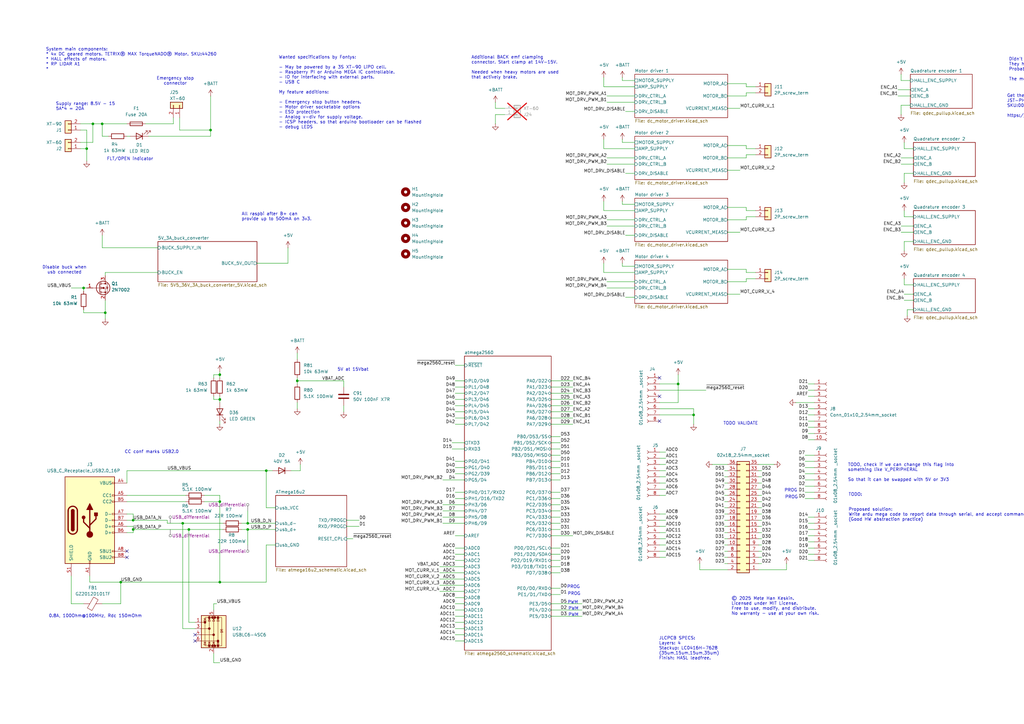
<source format=kicad_sch>
(kicad_sch (version 20250114) (generator "eeschema") (generator_version "9.0")
  (paper "A3")
  (title_block (title "Fontys adaptive robotics AGV platform.") (date "2025-03-01") (rev "V1.0") (company "Mete Han Keskin") (comment 1 "MIT License. Copyright (c) 2025 kestech.net"))
  (text "Get these from Tinytronics to interface the encoders with the PCB:\nJST-PH Female to DuPont Female Compatible Cable - 4p - 15cm\nSKU:005974\n\nhttps://www.tinytronics.nl/en/cables-and-connectors/cables-and-adapters/jst-compatible/jst-ph-female-to-dupont-female-compatible-cable-4p-15cm" (at 413.004 38.608 0) (effects (font (size 1.27 1.27)) (justify left top)))
  (text "PROG" (at 235.458 243.586 0) (effects (font (size 1.27 1.27))))
  (text "JLCPCB SPECS:\nLayers: 4 \nStackup: LC0416H-7628\n(35um,15um,15um,35um)\nFinish: HASL leadfree." (at 270.256 261.112 0) (effects (font (size 1.27 1.27)) (justify left top)))
  (text "Emergency stop\nconnector" (at 71.882 33.274 0) (effects (font (size 1.27 1.27))))
  (text "Wanted specifications by Fontys:\n\n- May be powered by a 3S XT-90 LiPO cell.\n- Raspberry PI or Arduino MEGA IC controllable.\n- IO for interfacing with external parts.\n- USB C\n\nMy feature additions:\n\n- Emergency stop button headers.\n- Motor driver socketable options\n- ESD protection\n- Analog v-div for supply voltage.\n- ICSP headers, so that arduino bootloader can be flashed\n- debug LEDS" (at 114.3 22.86 0) (effects (font (size 1.27 1.27)) (justify left top)))
  (text "PROG" (at 324.612 203.962 0) (effects (font (size 1.27 1.27))))
  (text "© 2025 Mete Han Keskin.  \nLicensed under MIT License.  \nFree to use, modify, and distribute.  \nNo warranty - use at your own risk.  \n" (at 299.974 244.856 0) (effects (font (size 1.27 1.27)) (justify left top)))
  (text "5A*4 = 20A" (at 28.702 44.704 0) (effects (font (size 1.27 1.27))))
  (text "PWM" (at 235.204 252.222 0) (effects (font (size 1.27 1.27))))
  (text "PWM" (at 235.204 249.682 0) (effects (font (size 1.27 1.27))))
  (text "ESD stuff\n\nDFN1006 single C22395519\n\nLSR05-TP C779191 HELL YEAh\n\nC778952 mex dfn16\n\n" (at -21.336 226.314 0) (effects (font (size 1.27 1.27))))
  (text "0.8A, 100Ohm@100MHz, Rdc 150mOhm" (at 39.116 252.73 0) (effects (font (size 1.27 1.27))))
  (text "TODO VALIDATE\n" (at 303.784 173.736 0) (effects (font (size 1.27 1.27))))
  (text "PWM" (at 234.95 247.142 0) (effects (font (size 1.27 1.27))))
  (text "Supply range: 8.5V - 15" (at 35.052 42.672 0) (effects (font (size 1.27 1.27))))
  (text "All raspbi after B+ can \nprovide up to 500mA on 3v3." (at 99.06 87.122 0) (effects (font (size 1.27 1.27)) (justify left top)))
  (text "FLT/OPEN indicator\n" (at 53.34 65.278 0) (effects (font (size 1.27 1.27))))
  (text "CC conf marks USB2.0" (at 62.23 185.42 0) (effects (font (size 1.27 1.27))))
  (text "System main components:\n* 4x DC geared motors. TETRIX® MAX TorqueNADO® Motor. SKU:44260\n* HALL effects of motors.\n* RP LIDAR A1\n*\n" (at 18.796 19.558 0) (effects (font (size 1.27 1.27)) (justify left top)))
  (text "PROG" (at 324.358 201.168 0) (effects (font (size 1.27 1.27))))
  (text "Disable buck when\nusb connected" (at 26.416 110.744 0) (effects (font (size 1.27 1.27))))
  (text "TODO: \n\n\nProposed solution:\nWrite ardu mega code to report data through serial, and accept commands through serial.\n(Good HW abstraction practice)" (at 347.98 202.184 0) (effects (font (size 1.27 1.27)) (justify left top)))
  (text "PROG" (at 235.204 240.792 0) (effects (font (size 1.27 1.27))))
  (text "Didn't the TETRIX motor have JST?\nThey have a 2mm pitch jst type connector.\nProbably PH\n\nThe motor has 4P male side.\n" (at 413.766 28.448 0) (effects (font (size 1.27 1.27)) (justify left)))
  (text "PERFECT!!!\n\nUSBLC6-4SC6-ES  C5180279\n\nSEUC10F5V4U C5126804\n\nIP4220CZ6-ES C5199235\n\n\n\n" (at -21.082 209.804 0) (effects (font (size 1.27 1.27))))
  (text "5V at 15Vbat" (at 144.78 151.638 0) (effects (font (size 1.27 1.27))))
  (text "TODO, check if we can change this flag into \nsomething like V_PERIPHERAL\n\nSo that it can be swapped with 5V or 3V3" (at 347.726 189.992 0) (effects (font (size 1.27 1.27)) (justify left top)))
  (text "Single channel esd protect\nESD5V0AP C5199224\n\n" (at -21.336 242.062 0) (effects (font (size 1.27 1.27))))
  (text "Additional BACK emf clamping\nconnector. Start clamp at 14V-15V.\n\nNeeded when heavy motors are used \nthat actively brake." (at 193.294 22.86 0) (effects (font (size 1.27 1.27)) (justify left top)))
  (junction (at 54.61 217.17))
  (junction (at 49.53 238.76))
  (junction (at 109.22 193.04))
  (junction (at 121.92 156.21))
  (junction (at 101.6 214.63))
  (junction (at 90.17 238.76))
  (junction (at 35.56 60.96))
  (junction (at 90.17 205.74))
  (junction (at 54.61 213.36))
  (junction (at 278.13 157.48))
  (junction (at 77.47 217.17))
  (junction (at 43.18 128.27))
  (junction (at 34.29 118.11))
  (junction (at 101.6 217.17))
  (junction (at 284.48 170.18))
  (junction (at 90.17 153.67))
  (junction (at 90.17 163.83))
  (junction (at 86.36 53.34))
  (junction (at 38.1 50.8))
  (junction (at 41.91 50.8))
  (junction (at 74.93 214.63))
  (no_connect (at 270.51 162.56))
  (no_connect (at 52.07 228.6))
  (no_connect (at 80.01 260.35))
  (no_connect (at 52.07 226.06))
  (no_connect (at 270.51 154.94))
  (no_connect (at 270.51 172.72))
  (no_connect (at 80.01 262.89))
  (wire (pts (xy 287.02 233.68) (xy 298.45 233.68)))
  (wire (pts (xy 52.07 205.74) (xy 76.2 205.74)))
  (wire (pts (xy 181.61 196.85) (xy 190.5 196.85)))
  (wire (pts (xy 234.95 171.45) (xy 226.06 171.45)))
  (wire (pts (xy 297.18 228.6) (xy 298.45 228.6)))
  (wire (pts (xy 298.45 64.77) (xy 306.07 64.77)))
  (wire (pts (xy 247.65 31.75) (xy 247.65 35.56)))
  (wire (pts (xy 273.05 228.6) (xy 270.51 228.6)))
  (wire (pts (xy 273.05 213.36) (xy 270.51 213.36)))
  (wire (pts (xy 311.15 223.52) (xy 312.42 223.52)))
  (wire (pts (xy 54.61 215.9) (xy 54.61 217.17)))
  (wire (pts (xy 83.82 205.74) (xy 90.17 205.74)))
  (wire (pts (xy 74.93 214.63) (xy 74.93 257.81)))
  (wire (pts (xy 54.61 217.17) (xy 54.61 218.44)))
  (wire (pts (xy 311.15 228.6) (xy 312.42 228.6)))
  (wire (pts (xy 330.2 204.47) (xy 334.01 204.47)))
  (wire (pts (xy 121.92 156.21) (xy 121.92 157.48)))
  (wire (pts (xy 284.48 170.18) (xy 284.48 173.99)))
  (wire (pts (xy 90.17 153.67) (xy 90.17 154.94)))
  (wire (pts (xy 238.76 252.73) (xy 226.06 252.73)))
  (wire (pts (xy 186.69 262.89) (xy 190.5 262.89)))
  (wire (pts (xy 186.69 227.33) (xy 190.5 227.33)))
  (wire (pts (xy 273.05 223.52) (xy 270.51 223.52)))
  (wire (pts (xy 186.69 194.31) (xy 190.5 194.31)))
  (wire (pts (xy 297.18 210.82) (xy 298.45 210.82)))
  (wire (pts (xy 255.27 109.22) (xy 260.35 109.22)))
  (wire (pts (xy 73.66 53.34) (xy 86.36 53.34)))
  (wire (pts (xy 331.47 167.64) (xy 334.01 167.64)))
  (wire (pts (xy 226.06 219.71) (xy 234.95 219.71)))
  (wire (pts (xy 33.02 50.8) (xy 38.1 50.8)))
  (wire (pts (xy 234.95 158.75) (xy 226.06 158.75)))
  (wire (pts (xy 373.38 43.18) (xy 369.57 43.18)))
  (wire (pts (xy 331.47 172.72) (xy 334.01 172.72)))
  (wire (pts (xy 369.57 30.48) (xy 369.57 33.02)))
  (wire (pts (xy 297.18 208.28) (xy 298.45 208.28)))
  (wire (pts (xy 260.35 121.92) (xy 256.54 121.92)))
  (wire (pts (xy 284.48 167.64) (xy 284.48 170.18)))
  (wire (pts (xy 186.69 191.77) (xy 190.5 191.77)))
  (wire (pts (xy 311.15 220.98) (xy 312.42 220.98)))
  (wire (pts (xy 330.2 194.31) (xy 334.01 194.31)))
  (wire (pts (xy 87.63 271.78) (xy 87.63 267.97)))
  (wire (pts (xy 273.05 218.44) (xy 270.51 218.44)))
  (wire (pts (xy 229.87 227.33) (xy 226.06 227.33)))
  (wire (pts (xy 229.87 241.3) (xy 226.06 241.3)))
  (wire (pts (xy 255.27 58.42) (xy 260.35 58.42)))
  (wire (pts (xy 273.05 198.12) (xy 270.51 198.12)))
  (wire (pts (xy 306.07 59.69) (xy 298.45 59.69)))
  (wire (pts (xy 331.47 222.25) (xy 334.01 222.25)))
  (wire (pts (xy 80.01 257.81) (xy 74.93 257.81)))
  (wire (pts (xy 238.76 250.19) (xy 226.06 250.19)))
  (wire (pts (xy 273.05 185.42) (xy 270.51 185.42)))
  (wire (pts (xy 54.61 218.44) (xy 52.07 218.44)))
  (wire (pts (xy 77.47 217.17) (xy 91.44 217.17)))
  (wire (pts (xy 186.69 229.87) (xy 190.5 229.87)))
  (wire (pts (xy 369.57 67.31) (xy 374.65 67.31)))
  (wire (pts (xy 234.95 166.37) (xy 226.06 166.37)))
  (wire (pts (xy 54.61 213.36) (xy 68.58 213.36)))
  (wire (pts (xy 273.05 200.66) (xy 270.51 200.66)))
  (wire (pts (xy 297.18 200.66) (xy 298.45 200.66)))
  (wire (pts (xy 330.2 201.93) (xy 334.01 201.93)))
  (wire (pts (xy 123.19 193.04) (xy 119.38 193.04)))
  (wire (pts (xy 306.07 86.36) (xy 306.07 85.09)))
  (wire (pts (xy 331.47 229.87) (xy 334.01 229.87)))
  (wire (pts (xy 43.18 111.76) (xy 43.18 113.03)))
  (wire (pts (xy 311.15 231.14) (xy 312.42 231.14)))
  (wire (pts (xy 229.87 196.85) (xy 226.06 196.85)))
  (wire (pts (xy 229.87 217.17) (xy 226.06 217.17)))
  (wire (pts (xy 90.17 238.76) (xy 109.22 238.76)))
  (wire (pts (xy 247.65 111.76) (xy 260.35 111.76)))
  (wire (pts (xy 109.22 193.04) (xy 111.76 193.04)))
  (wire (pts (xy 306.07 115.57) (xy 306.07 114.3)))
  (wire (pts (xy 370.84 88.9) (xy 374.65 88.9)))
  (wire (pts (xy 52.07 55.88) (xy 53.34 55.88)))
  (wire (pts (xy 370.84 99.06) (xy 370.84 102.87)))
  (wire (pts (xy 229.87 207.01) (xy 226.06 207.01)))
  (wire (pts (xy 101.6 214.63) (xy 113.03 214.63)))
  (wire (pts (xy 370.84 71.12) (xy 370.84 74.93)))
  (wire (pts (xy 105.41 107.95) (xy 118.11 107.95)))
  (wire (pts (xy 273.05 226.06) (xy 270.51 226.06)))
  (wire (pts (xy 186.69 255.27) (xy 190.5 255.27)))
  (wire (pts (xy 247.65 35.56) (xy 260.35 35.56)))
  (wire (pts (xy 297.18 195.58) (xy 298.45 195.58)))
  (wire (pts (xy 52.07 203.2) (xy 76.2 203.2)))
  (wire (pts (xy 181.61 207.01) (xy 190.5 207.01)))
  (wire (pts (xy 229.87 179.07) (xy 226.06 179.07)))
  (wire (pts (xy 229.87 229.87) (xy 226.06 229.87)))
  (wire (pts (xy 140.97 158.75) (xy 140.97 156.21)))
  (wire (pts (xy 34.29 128.27) (xy 43.18 128.27)))
  (wire (pts (xy 247.65 82.55) (xy 247.65 86.36)))
  (wire (pts (xy 186.69 247.65) (xy 190.5 247.65)))
  (wire (pts (xy 38.1 50.8) (xy 41.91 50.8)))
  (wire (pts (xy 73.66 48.26) (xy 73.66 53.34)))
  (wire (pts (xy 273.05 187.96) (xy 270.51 187.96)))
  (wire (pts (xy 297.18 198.12) (xy 298.45 198.12)))
  (wire (pts (xy 36.83 236.22) (xy 36.83 238.76)))
  (wire (pts (xy 369.57 92.71) (xy 374.65 92.71)))
  (wire (pts (xy 297.18 205.74) (xy 298.45 205.74)))
  (wire (pts (xy 77.47 217.17) (xy 77.47 255.27)))
  (wire (pts (xy 186.69 201.93) (xy 190.5 201.93)))
  (wire (pts (xy 322.58 233.68) (xy 311.15 233.68)))
  (wire (pts (xy 180.34 242.57) (xy 190.5 242.57)))
  (wire (pts (xy 255.27 83.82) (xy 260.35 83.82)))
  (wire (pts (xy 311.15 205.74) (xy 312.42 205.74)))
  (wire (pts (xy 298.45 44.45) (xy 303.53 44.45)))
  (wire (pts (xy 298.45 95.25) (xy 303.53 95.25)))
  (wire (pts (xy 234.95 168.91) (xy 226.06 168.91)))
  (wire (pts (xy 311.15 203.2) (xy 312.42 203.2)))
  (wire (pts (xy 298.45 69.85) (xy 303.53 69.85)))
  (wire (pts (xy 306.07 111.76) (xy 309.88 111.76)))
  (wire (pts (xy 68.58 214.63) (xy 74.93 214.63)))
  (wire (pts (xy 297.18 226.06) (xy 298.45 226.06)))
  (wire (pts (xy 331.47 224.79) (xy 334.01 224.79)))
  (wire (pts (xy 331.47 214.63) (xy 334.01 214.63)))
  (wire (pts (xy 229.87 243.84) (xy 226.06 243.84)))
  (wire (pts (xy 306.07 110.49) (xy 298.45 110.49)))
  (wire (pts (xy 83.82 203.2) (xy 90.17 203.2)))
  (wire (pts (xy 311.15 215.9) (xy 312.42 215.9)))
  (wire (pts (xy 370.84 116.84) (xy 374.65 116.84)))
  (wire (pts (xy 248.92 39.37) (xy 260.35 39.37)))
  (wire (pts (xy 330.2 189.23) (xy 334.01 189.23)))
  (wire (pts (xy 185.42 181.61) (xy 190.5 181.61)))
  (wire (pts (xy 370.84 58.42) (xy 370.84 60.96)))
  (wire (pts (xy 312.42 193.04) (xy 311.15 193.04)))
  (wire (pts (xy 248.92 92.71) (xy 260.35 92.71)))
  (wire (pts (xy 229.87 234.95) (xy 226.06 234.95)))
  (wire (pts (xy 326.39 165.1) (xy 334.01 165.1)))
  (wire (pts (xy 142.24 213.36) (xy 147.32 213.36)))
  (wire (pts (xy 298.45 39.37) (xy 306.07 39.37)))
  (wire (pts (xy 140.97 166.37) (xy 140.97 168.91)))
  (wire (pts (xy 186.69 204.47) (xy 190.5 204.47)))
  (wire (pts (xy 311.15 226.06) (xy 312.42 226.06)))
  (wire (pts (xy 273.05 203.2) (xy 270.51 203.2)))
  (wire (pts (xy 71.12 50.8) (xy 71.12 48.26)))
  (wire (pts (xy 331.47 157.48) (xy 334.01 157.48)))
  (wire (pts (xy 273.05 220.98) (xy 270.51 220.98)))
  (wire (pts (xy 29.21 247.65) (xy 34.29 247.65)))
  (wire (pts (xy 229.87 189.23) (xy 226.06 189.23)))
  (wire (pts (xy 43.18 111.76) (xy 64.77 111.76)))
  (wire (pts (xy 247.65 86.36) (xy 260.35 86.36)))
  (wire (pts (xy 87.63 153.67) (xy 90.17 153.67)))
  (wire (pts (xy 59.69 50.8) (xy 71.12 50.8)))
  (wire (pts (xy 238.76 247.65) (xy 226.06 247.65)))
  (wire (pts (xy 60.96 55.88) (xy 86.36 55.88)))
  (wire (pts (xy 33.02 60.96) (xy 35.56 60.96)))
  (wire (pts (xy 260.35 96.52) (xy 256.54 96.52)))
  (wire (pts (xy 311.15 195.58) (xy 312.42 195.58)))
  (wire (pts (xy 311.15 200.66) (xy 312.42 200.66)))
  (wire (pts (xy 90.17 152.4) (xy 90.17 153.67)))
  (wire (pts (xy 370.84 114.3) (xy 370.84 116.84)))
  (wire (pts (xy 186.69 224.79) (xy 190.5 224.79)))
  (wire (pts (xy 311.15 198.12) (xy 312.42 198.12)))
  (wire (pts (xy 54.61 213.36) (xy 54.61 210.82)))
  (wire (pts (xy 86.36 39.37) (xy 86.36 53.34)))
  (wire (pts (xy 372.11 127) (xy 374.65 127)))
  (wire (pts (xy 186.69 173.99) (xy 190.5 173.99)))
  (wire (pts (xy 34.29 119.38) (xy 34.29 118.11)))
  (wire (pts (xy 234.95 161.29) (xy 226.06 161.29)))
  (wire (pts (xy 229.87 224.79) (xy 226.06 224.79)))
  (wire (pts (xy 80.01 255.27) (xy 77.47 255.27)))
  (wire (pts (xy 270.51 170.18) (xy 284.48 170.18)))
  (wire (pts (xy 331.47 219.71) (xy 334.01 219.71)))
  (wire (pts (xy 331.47 160.02) (xy 334.01 160.02)))
  (wire (pts (xy 370.84 120.65) (xy 374.65 120.65)))
  (wire (pts (xy 229.87 186.69) (xy 226.06 186.69)))
  (wire (pts (xy 41.91 50.8) (xy 52.07 50.8)))
  (wire (pts (xy 29.21 118.11) (xy 34.29 118.11)))
  (wire (pts (xy 311.15 210.82) (xy 312.42 210.82)))
  (wire (pts (xy 306.07 85.09) (xy 298.45 85.09)))
  (wire (pts (xy 306.07 35.56) (xy 309.88 35.56)))
  (wire (pts (xy 273.05 195.58) (xy 270.51 195.58)))
  (wire (pts (xy 109.22 223.52) (xy 113.03 223.52)))
  (wire (pts (xy 49.53 238.76) (xy 90.17 238.76)))
  (wire (pts (xy 181.61 212.09) (xy 190.5 212.09)))
  (wire (pts (xy 297.18 223.52) (xy 298.45 223.52)))
  (wire (pts (xy 330.2 186.69) (xy 334.01 186.69)))
  (wire (pts (xy 331.47 170.18) (xy 334.01 170.18)))
  (wire (pts (xy 306.07 90.17) (xy 306.07 88.9)))
  (wire (pts (xy 121.92 144.78) (xy 121.92 147.32)))
  (wire (pts (xy 186.69 166.37) (xy 190.5 166.37)))
  (wire (pts (xy 87.63 163.83) (xy 90.17 163.83)))
  (wire (pts (xy 273.05 193.04) (xy 270.51 193.04)))
  (wire (pts (xy 121.92 154.94) (xy 121.92 156.21)))
  (wire (pts (xy 186.69 168.91) (xy 190.5 168.91)))
  (wire (pts (xy 52.07 193.04) (xy 52.07 198.12)))
  (wire (pts (xy 41.91 247.65) (xy 49.53 247.65)))
  (wire (pts (xy 297.18 218.44) (xy 298.45 218.44)))
  (wire (pts (xy 109.22 238.76) (xy 109.22 223.52)))
  (wire (pts (xy 36.83 238.76) (xy 49.53 238.76)))
  (wire (pts (xy 49.53 247.65) (xy 49.53 238.76)))
  (wire (pts (xy 118.11 101.6) (xy 118.11 107.95)))
  (wire (pts (xy 270.51 167.64) (xy 284.48 167.64)))
  (wire (pts (xy 90.17 162.56) (xy 90.17 163.83)))
  (wire (pts (xy 255.27 31.75) (xy 255.27 33.02)))
  (wire (pts (xy 255.27 82.55) (xy 255.27 83.82)))
  (wire (pts (xy 317.5 190.5) (xy 311.15 190.5)))
  (wire (pts (xy 180.34 232.41) (xy 190.5 232.41)))
  (wire (pts (xy 273.05 215.9) (xy 270.51 215.9)))
  (wire (pts (xy 181.61 209.55) (xy 190.5 209.55)))
  (wire (pts (xy 186.69 219.71) (xy 190.5 219.71)))
  (wire (pts (xy 297.18 213.36) (xy 298.45 213.36)))
  (wire (pts (xy 68.58 213.36) (xy 68.58 214.63)))
  (wire (pts (xy 270.51 165.1) (xy 278.13 165.1)))
  (wire (pts (xy 90.17 205.74) (xy 90.17 238.76)))
  (wire (pts (xy 330.2 191.77) (xy 334.01 191.77)))
  (wire (pts (xy 101.6 217.17) (xy 113.03 217.17)))
  (wire (pts (xy 306.07 38.1) (xy 309.88 38.1)))
  (wire (pts (xy 87.63 162.56) (xy 87.63 163.83)))
  (wire (pts (xy 34.29 127) (xy 34.29 128.27)))
  (wire (pts (xy 260.35 45.72) (xy 256.54 45.72)))
  (wire (pts (xy 101.6 209.55) (xy 101.6 214.63)))
  (wire (pts (xy 29.21 236.22) (xy 29.21 247.65)))
  (wire (pts (xy 297.18 220.98) (xy 298.45 220.98)))
  (wire (pts (xy 186.69 260.35) (xy 190.5 260.35)))
  (wire (pts (xy 87.63 247.65) (xy 88.9 247.65)))
  (wire (pts (xy 247.65 60.96) (xy 260.35 60.96)))
  (wire (pts (xy 186.69 252.73) (xy 190.5 252.73)))
  (wire (pts (xy 298.45 190.5) (xy 292.1 190.5)))
  (wire (pts (xy 331.47 177.8) (xy 334.01 177.8)))
  (wire (pts (xy 298.45 120.65) (xy 303.53 120.65)))
  (wire (pts (xy 123.19 190.5) (xy 123.19 193.04)))
  (wire (pts (xy 34.29 118.11) (xy 35.56 118.11)))
  (wire (pts (xy 248.92 64.77) (xy 260.35 64.77)))
  (wire (pts (xy 186.69 158.75) (xy 190.5 158.75)))
  (wire (pts (xy 109.22 208.28) (xy 113.03 208.28)))
  (wire (pts (xy 370.84 86.36) (xy 370.84 88.9)))
  (wire (pts (xy 142.24 220.98) (xy 144.78 220.98)))
  (wire (pts (xy 38.1 58.42) (xy 38.1 50.8)))
  (wire (pts (xy 306.07 60.96) (xy 309.88 60.96)))
  (wire (pts (xy 311.15 213.36) (xy 312.42 213.36)))
  (wire (pts (xy 306.07 60.96) (xy 306.07 59.69)))
  (wire (pts (xy 90.17 165.1) (xy 90.17 163.83)))
  (wire (pts (xy 86.36 53.34) (xy 86.36 55.88)))
  (wire (pts (xy 35.56 60.96) (xy 35.56 66.04)))
  (wire (pts (xy 186.69 189.23) (xy 190.5 189.23)))
  (wire (pts (xy 273.05 190.5) (xy 270.51 190.5)))
  (wire (pts (xy 248.92 118.11) (xy 260.35 118.11)))
  (wire (pts (xy 297.18 215.9) (xy 298.45 215.9)))
  (wire (pts (xy 287.02 231.14) (xy 287.02 233.68)))
  (wire (pts (xy 368.3 36.83) (xy 373.38 36.83)))
  (wire (pts (xy 54.61 210.82) (xy 52.07 210.82)))
  (wire (pts (xy 306.07 63.5) (xy 309.88 63.5)))
  (wire (pts (xy 255.27 107.95) (xy 255.27 109.22)))
  (wire (pts (xy 370.84 71.12) (xy 374.65 71.12)))
  (wire (pts (xy 298.45 115.57) (xy 306.07 115.57)))
  (wire (pts (xy 255.27 57.15) (xy 255.27 58.42)))
  (wire (pts (xy 298.45 90.17) (xy 306.07 90.17)))
  (wire (pts (xy 234.95 156.21) (xy 226.06 156.21)))
  (wire (pts (xy 297.18 193.04) (xy 298.45 193.04)))
  (wire (pts (xy 87.63 154.94) (xy 87.63 153.67)))
  (wire (pts (xy 180.34 240.03) (xy 190.5 240.03)))
  (wire (pts (xy 229.87 232.41) (xy 226.06 232.41)))
  (wire (pts (xy 35.56 53.34) (xy 35.56 60.96)))
  (wire (pts (xy 90.17 172.72) (xy 90.17 173.99)))
  (wire (pts (xy 273.05 210.82) (xy 270.51 210.82)))
  (wire (pts (xy 229.87 204.47) (xy 226.06 204.47)))
  (wire (pts (xy 247.65 57.15) (xy 247.65 60.96)))
  (wire (pts (xy 331.47 217.17) (xy 334.01 217.17)))
  (wire (pts (xy 278.13 153.67) (xy 278.13 157.48)))
  (wire (pts (xy 44.45 55.88) (xy 41.91 55.88)))
  (wire (pts (xy 270.51 160.02) (xy 289.56 160.02)))
  (wire (pts (xy 306.07 35.56) (xy 306.07 34.29)))
  (wire (pts (xy 229.87 214.63) (xy 226.06 214.63)))
  (wire (pts (xy 181.61 214.63) (xy 190.5 214.63)))
  (wire (pts (xy 331.47 175.26) (xy 334.01 175.26)))
  (wire (pts (xy 99.06 214.63) (xy 101.6 214.63)))
  (wire (pts (xy 43.18 128.27) (xy 43.18 123.19)))
  (wire (pts (xy 33.02 53.34) (xy 35.56 53.34)))
  (wire (pts (xy 370.84 60.96) (xy 374.65 60.96)))
  (wire (pts (xy 87.63 271.78) (xy 90.17 271.78)))
  (wire (pts (xy 372.11 127) (xy 372.11 129.54)))
  (wire (pts (xy 203.2 41.91) (xy 203.2 44.45)))
  (wire (pts (xy 248.92 41.91) (xy 260.35 41.91)))
  (wire (pts (xy 41.91 55.88) (xy 41.91 50.8)))
  (wire (pts (xy 248.92 90.17) (xy 260.35 90.17)))
  (wire (pts (xy 331.47 180.34) (xy 334.01 180.34)))
  (wire (pts (xy 229.87 181.61) (xy 226.06 181.61)))
  (wire (pts (xy 306.07 114.3) (xy 309.88 114.3)))
  (wire (pts (xy 229.87 194.31) (xy 226.06 194.31)))
  (wire (pts (xy 186.69 171.45) (xy 190.5 171.45)))
  (wire (pts (xy 306.07 88.9) (xy 309.88 88.9)))
  (wire (pts (xy 109.22 193.04) (xy 109.22 208.28)))
  (wire (pts (xy 41.91 101.6) (xy 41.91 96.52)))
  (wire (pts (xy 186.69 250.19) (xy 190.5 250.19)))
  (wire (pts (xy 87.63 250.19) (xy 87.63 247.65)))
  (wire (pts (xy 90.17 203.2) (xy 90.17 205.74)))
  (wire (pts (xy 306.07 86.36) (xy 309.88 86.36)))
  (wire (pts (xy 180.34 234.95) (xy 190.5 234.95)))
  (wire (pts (xy 331.47 162.56) (xy 334.01 162.56)))
  (wire (pts (xy 229.87 209.55) (xy 226.06 209.55)))
  (wire (pts (xy 306.07 64.77) (xy 306.07 63.5)))
  (wire (pts (xy 186.69 245.11) (xy 190.5 245.11)))
  (wire (pts (xy 186.69 156.21) (xy 190.5 156.21)))
  (wire (pts (xy 234.95 163.83) (xy 226.06 163.83)))
  (wire (pts (xy 247.65 107.95) (xy 247.65 111.76)))
  (wire (pts (xy 331.47 212.09) (xy 334.01 212.09)))
  (wire (pts (xy 229.87 191.77) (xy 226.06 191.77)))
  (wire (pts (xy 297.18 203.2) (xy 298.45 203.2)))
  (wire (pts (xy 330.2 196.85) (xy 334.01 196.85)))
  (wire (pts (xy 369.57 43.18) (xy 369.57 46.99)))
  (wire (pts (xy 99.06 217.17) (xy 101.6 217.17)))
  (wire (pts (xy 203.2 44.45) (xy 207.01 44.45)))
  (wire (pts (xy 52.07 215.9) (xy 54.61 215.9)))
  (wire (pts (xy 229.87 184.15) (xy 226.06 184.15)))
  (wire (pts (xy 278.13 157.48) (xy 278.13 165.1)))
  (wire (pts (xy 369.57 64.77) (xy 374.65 64.77)))
  (wire (pts (xy 185.42 184.15) (xy 190.5 184.15)))
  (wire (pts (xy 306.07 34.29) (xy 298.45 34.29)))
  (wire (pts (xy 260.35 71.12) (xy 256.54 71.12)))
  (wire (pts (xy 330.2 199.39) (xy 334.01 199.39)))
  (wire (pts (xy 248.92 115.57) (xy 260.35 115.57)))
  (wire (pts (xy 270.51 157.48) (xy 278.13 157.48)))
  (wire (pts (xy 207.01 46.99) (xy 203.2 46.99)))
  (wire (pts (xy 186.69 161.29) (xy 190.5 161.29)))
  (wire (pts (xy 33.02 58.42) (xy 38.1 58.42)))
  (wire (pts (xy 306.07 111.76) (xy 306.07 110.49)))
  (wire (pts (xy 74.93 214.63) (xy 91.44 214.63)))
  (wire (pts (xy 248.92 67.31) (xy 260.35 67.31)))
  (wire (pts (xy 306.07 39.37) (xy 306.07 38.1)))
  (wire (pts (xy 370.84 123.19) (xy 374.65 123.19)))
  (wire (pts (xy 186.69 257.81) (xy 190.5 257.81)))
  (wire (pts (xy 186.69 163.83) (xy 190.5 163.83)))
  (wire (pts (xy 121.92 156.21) (xy 140.97 156.21)))
  (wire (pts (xy 226.06 173.99) (xy 234.95 173.99)))
  (wire (pts (xy 311.15 218.44) (xy 312.42 218.44)))
  (wire (pts (xy 297.18 231.14) (xy 298.45 231.14)))
  (wire (pts (xy 52.07 213.36) (xy 54.61 213.36)))
  (wire (pts (xy 369.57 95.25) (xy 374.65 95.25)))
  (wire (pts (xy 229.87 201.93) (xy 226.06 201.93)))
  (wire (pts (xy 121.92 165.1) (xy 121.92 167.64)))
  (wire (pts (xy 52.07 193.04) (xy 109.22 193.04)))
  (wire (pts (xy 54.61 217.17) (xy 77.47 217.17)))
  (wire (pts (xy 41.91 101.6) (xy 64.77 101.6)))
  (wire (pts (xy 311.15 208.28) (xy 312.42 208.28)))
  (wire (pts (xy 374.65 99.06) (xy 370.84 99.06)))
  (wire (pts (xy 142.24 215.9) (xy 147.32 215.9)))
  (wire (pts (xy 43.18 128.27) (xy 43.18 130.81)))
  (wire (pts (xy 180.34 237.49) (xy 190.5 237.49)))
  (wire (pts (xy 368.3 39.37) (xy 373.38 39.37)))
  (wire (pts (xy 322.58 231.14) (xy 322.58 233.68)))
  (wire (pts (xy 190.5 149.86) (xy 186.69 149.86)))
  (wire (pts (xy 255.27 33.02) (xy 260.35 33.02)))
  (wire (pts (xy 203.2 46.99) (xy 203.2 50.8)))
  (wire (pts (xy 369.57 33.02) (xy 373.38 33.02)))
  (wire (pts (xy 101.6 223.52) (xy 101.6 217.17)))
  (wire (pts (xy 229.87 212.09) (xy 226.06 212.09)))
  (wire (pts (xy 331.47 227.33) (xy 334.01 227.33)))
  (label "ADC5" (at 186.69 237.49 180))
  (label "D0" (at 330.2 204.47 180))
  (label "D13" (at 331.47 167.64 180))
  (label "ADC8" (at 273.05 210.82 0))
  (label "~{mega2560_reset}" (at 186.69 149.86 180))
  (label "USB_D_N" (at 102.87 214.63 0))
  (label "D33" (at 297.18 218.44 180))
  (label "D26" (at 312.42 226.06 0))
  (label "D45" (at 186.69 166.37 180))
  (label "MOT_DRV_PWM_B4" (at 248.92 118.11 180))
  (label "D35" (at 229.87 207.01 0))
  (label "D17" (at 331.47 219.71 180))
  (label "D39" (at 186.69 194.31 180))
  (label "D10" (at 331.47 175.26 180))
  (label "D49" (at 186.69 156.21 180))
  (label "D48" (at 312.42 198.12 0))
  (label "MOT_DRV_PWM_A4" (at 248.92 115.57 180))
  (label "D16" (at 331.47 217.17 180))
  (label "D40" (at 186.69 191.77 180))
  (label "ENC_A1" (at 234.95 173.99 0))
  (label "D0" (at 147.32 213.36 0))
  (label "D2" (at 330.2 199.39 180))
  (label "D21" (at 331.47 229.87 180))
  (label "ADC14" (at 273.05 226.06 0))
  (label "ADC3" (at 273.05 193.04 0))
  (label "D19" (at 331.47 224.79 180))
  (label "MOT_DRV_PWM_A2" (at 238.76 247.65 0))
  (label "ENC_A4" (at 234.95 158.75 0))
  (label "D25" (at 229.87 163.83 0))
  (label "D40" (at 312.42 208.28 0))
  (label "ADC6" (at 273.05 200.66 0))
  (label "D8" (at 331.47 180.34 180))
  (label "MOT_CURR_V_2" (at 180.34 237.49 180))
  (label "ENC_A3" (at 369.57 92.71 180))
  (label "MOT_DRV_PWM_B1" (at 248.92 41.91 180))
  (label "D12" (at 331.47 170.18 180))
  (label "ENC_A2" (at 369.57 64.77 180))
  (label "ADC1" (at 186.69 227.33 180))
  (label "ENC_B3" (at 234.95 161.29 0))
  (label "MOT_DRV_PWM_B3" (at 181.61 209.55 180))
  (label "D1" (at 229.87 243.84 0))
  (label "D14" (at 185.42 181.61 180))
  (label "D39" (at 297.18 210.82 180))
  (label "D34" (at 229.87 209.55 0))
  (label "ADC11" (at 186.69 252.73 180))
  (label "MOT_CURR_V_3" (at 180.34 240.03 180))
  (label "MOT_DRV_PWM_B4" (at 238.76 250.19 0))
  (label "D7" (at 186.69 209.55 180))
  (label "D47" (at 186.69 161.29 180))
  (label "ADC3" (at 186.69 232.41 180))
  (label "MOT_DRV_PWM_A3" (at 248.92 90.17 180))
  (label "ADC6" (at 186.69 240.03 180))
  (label "D24" (at 312.42 228.6 0))
  (label "ADC1" (at 273.05 187.96 0))
  (label "D4" (at 186.69 196.85 180))
  (label "MOT_CURR_V_4" (at 180.34 242.57 180))
  (label "D1" (at 330.2 201.93 180))
  (label "ADC12" (at 186.69 255.27 180))
  (label "ADC10" (at 273.05 215.9 0))
  (label "D42" (at 186.69 173.99 180))
  (label "D48" (at 186.69 158.75 180))
  (label "D11" (at 229.87 191.77 0))
  (label "D27" (at 229.87 168.91 0))
  (label "VBAT_ADC" (at 132.08 156.21 0))
  (label "D38" (at 229.87 234.95 0))
  (label "ENC_B4" (at 234.95 156.21 0))
  (label "MOT_DRV_PWM_A4" (at 238.76 252.73 0))
  (label "USB_DATA_P" (at 54.61 217.17 0))
  (label "D52" (at 312.42 193.04 0))
  (label "D43" (at 186.69 171.45 180))
  (label "ENC_B1" (at 368.3 39.37 180))
  (label "ADC9" (at 186.69 247.65 180))
  (label "ADC15" (at 273.05 228.6 0))
  (label "MOT_CURR_V_3" (at 303.53 95.25 0))
  (label "D30" (at 312.42 220.98 0))
  (label "MOT_DRV_PWM_A1" (at 248.92 39.37 180))
  (label "ADC2" (at 186.69 229.87 180))
  (label "ENC_A4" (at 370.84 120.65 180))
  (label "D7" (at 330.2 186.69 180))
  (label "ADC7" (at 273.05 203.2 0))
  (label "D3" (at 229.87 252.73 0))
  (label "MOT_DRV_DISABLE" (at 256.54 71.12 180))
  (label "D0" (at 229.87 241.3 0))
  (label "ADC4" (at 186.69 234.95 180))
  (label "D15" (at 331.47 214.63 180))
  (label "D33" (at 229.87 212.09 0))
  (label "D47" (at 297.18 200.66 180))
  (label "D14" (at 331.47 212.09 180))
  (label "D43" (at 297.18 205.74 180))
  (label "MOT_DRV_PWM_B1" (at 181.61 214.63 180))
  (label "MOT_DRV_DISABLE" (at 256.54 121.92 180))
  (label "D23" (at 229.87 158.75 0))
  (label "ADC13" (at 273.05 223.52 0))
  (label "MOT_DRV_DISABLE" (at 256.54 96.52 180))
  (label "ADC14" (at 186.69 260.35 180))
  (label "ADC7" (at 186.69 242.57 180))
  (label "~{mega2560_reset}" (at 144.78 220.98 0))
  (label "D9" (at 331.47 177.8 180))
  (label "D5" (at 330.2 191.77 180))
  (label "D29" (at 229.87 173.99 0))
  (label "D50" (at 229.87 186.69 0))
  (label "ENC_A1" (at 368.3 36.83 180))
  (label "USB_GND" (at 90.17 271.78 0))
  (label "AREF" (at 186.69 219.71 180))
  (label "D12" (at 229.87 194.31 0))
  (label "D34" (at 312.42 215.9 0))
  (label "D31" (at 297.18 220.98 180))
  (label "D16" (at 186.69 204.47 180))
  (label "USB_D_P" (at 102.87 217.17 0))
  (label "ADC5" (at 273.05 198.12 0))
  (label "D28" (at 312.42 223.52 0))
  (label "USB_VBUS" (at 29.21 118.11 180))
  (label "D46" (at 312.42 200.66 0))
  (label "D37" (at 229.87 201.93 0))
  (label "D52" (at 229.87 181.61 0))
  (label "D46" (at 186.69 163.83 180))
  (label "D41" (at 297.18 208.28 180))
  (label "MOT_DRV_PWM_B3" (at 248.92 92.71 180))
  (label "ENC_A3" (at 234.95 163.83 0))
  (label "MOT_CURR_V_1" (at 180.34 234.95 180))
  (label "D42" (at 312.42 205.74 0))
  (label "D6" (at 186.69 207.01 180))
  (label "USB_VBUS" (at 68.58 193.04 0))
  (label "MOT_DRV_PWM_B2" (at 181.61 196.85 180))
  (label "D10" (at 229.87 189.23 0))
  (label "MOT_DRV_PWM_B2" (at 248.92 67.31 180))
  (label "MOT_CURR_V_2" (at 303.53 69.85 0))
  (label "D24" (at 229.87 161.29 0))
  (label "D51" (at 297.18 195.58 180))
  (label "USB_GND" (at 49.53 238.76 0))
  (label "D35" (at 297.18 215.9 180))
  (label "ADC4" (at 273.05 195.58 0))
  (label "MOT_DRV_PWM_A2" (at 248.92 64.77 180))
  (label "D22" (at 229.87 156.21 0))
  (label "ENC_B2" (at 369.57 67.31 180))
  (label "D3" (at 330.2 196.85 180))
  (label "D49" (at 297.18 198.12 180))
  (label "ADC15" (at 186.69 262.89 180))
  (label "D50" (at 312.42 195.58 0))
  (label "D20" (at 331.47 227.33 180))
  (label "D32" (at 312.42 218.44 0))
  (label "ADC0" (at 186.69 224.79 180))
  (label "D15" (at 185.42 184.15 180))
  (label "MOT_DRV_DISABLE" (at 256.54 45.72 180))
  (label "D53" (at 297.18 193.04 180))
  (label "D38" (at 312.42 210.82 0))
  (label "D25" (at 297.18 228.6 180))
  (label "D36" (at 312.42 213.36 0))
  (label "ADC9" (at 273.05 213.36 0))
  (label "ADC0" (at 273.05 185.42 0))
  (label "ADC12" (at 273.05 220.98 0))
  (label "D21" (at 229.87 224.79 0))
  (label "MOT_CURR_V_1" (at 303.53 44.45 0))
  (label "D29" (at 297.18 223.52 180))
  (label "D27" (at 297.18 226.06 180))
  (label "ENC_B1" (at 234.95 171.45 0))
  (label "D51" (at 229.87 184.15 0))
  (label "D4" (at 330.2 194.31 180))
  (label "AREF" (at 331.47 162.56 180))
  (label "D1" (at 147.32 215.9 0))
  (label "ENC_B2" (at 234.95 166.37 0))
  (label "D26" (at 229.87 166.37 0))
  (label "ENC_A2" (at 234.95 168.91 0))
  (label "D13" (at 229.87 196.85 0))
  (label "D31" (at 229.87 217.17 0))
  (label "D18" (at 229.87 232.41 0))
  (label "D5" (at 229.87 247.65 0))
  (label "D36" (at 229.87 204.47 0))
  (label "ADC11" (at 273.05 218.44 0))
  (label "D2" (at 229.87 250.19 0))
  (label "ENC_B4" (at 370.84 123.19 180))
  (label "D45" (at 297.18 203.2 180))
  (label "ADC2" (at 273.05 190.5 0))
  (label "D28" (at 229.87 171.45 0))
  (label "D23" (at 297.18 231.14 180))
  (label "D11" (at 331.47 172.72 180))
  (label "USB_VBUS" (at 88.9 247.65 0))
  (label "D44" (at 312.42 203.2 0))
  (label "D30" (at 229.87 219.71 0))
  (label "D37" (at 297.18 213.36 180))
  (label "D32" (at 229.87 214.63 0))
  (label "D53" (at 229.87 179.07 0))
  (label "D44" (at 186.69 168.91 180))
  (label "D9" (at 186.69 214.63 180))
  (label "MOT_DRV_PWM_A1" (at 181.61 212.09 180))
  (label "MOT_DRV_DISABLE" (at 234.95 219.71 0))
  (label "D19" (at 229.87 229.87 0))
  (label "D20" (at 229.87 227.33 0))
  (label "USB_DATA_N" (at 54.61 213.36 0))
  (label "D22" (at 312.42 231.14 0))
  (label "D21" (at 331.47 157.48 180))
  (label "MOT_DRV_PWM_A3" (at 181.61 207.01 180))
  (label "VBAT_ADC" (at 180.34 232.41 180))
  (label "~{mega2560_reset}" (at 289.56 160.02 0))
  (label "MOT_CURR_V_4" (at 303.53 120.65 0))
  (label "D8" (at 186.69 212.09 180))
  (label "ENC_B3" (at 369.57 95.25 180))
  (label "D17" (at 186.69 201.93 180))
  (label "ADC10" (at 186.69 250.19 180))
  (label "D18" (at 331.47 222.25 180))
  (label "D41" (at 186.69 189.23 180))
  (label "D20" (at 331.47 160.02 180))
  (label "ADC8" (at 186.69 245.11 180))
  (label "D6" (at 330.2 189.23 180))
  (label "ADC13" (at 186.69 257.81 180))
  (netclass_flag "" (length 2.54) (shape round) (at 101.6 209.55 0) (property "Netclass" "USB_differential" (at 100.9015 207.01 0) (effects (justify right))))
  (netclass_flag "" (length 2.54) (shape round) (at 69.85 217.17 180) (property "Netclass" "USB_differential" (at 70.5485 219.71 0) (effects (justify left))))
  (netclass_flag "" (length 2.54) (shape round) (at 101.6 223.52 180) (property "Netclass" "USB_differential" (at 100.9015 226.06 0) (effects (justify right))))
  (netclass_flag "" (length 2.54) (shape round) (at 69.85 214.63 0) (property "Netclass" "USB_differential" (at 70.5485 212.09 0) (effects (justify left))))
  (symbol (lib_id "Device:R") (at 121.92 161.29 180) (unit 1)
    (property "Reference" "R80" (at 124.46 160.0199 0) (effects (justify right)))
    (property "Value" "5.1K 100mW" (at 124.46 162.5599 0) (effects (justify right)))
    (property "Footprint" "Capacitor_SMD:C_0603_1608Metric" (effects (hide yes)))
    (property "Description" "Resistor" (effects (hide yes)))
    (property "LCSC" "C23186" (effects (hide yes)))
  )
  (symbol (lib_id "Connector_Generic:Conn_01x02") (at 314.96 60.96 0) (unit 1)
    (property "Reference" "J12" (at 317.5 60.9599 0) (effects (justify left)))
    (property "Value" "2P_screw_term" (at 317.5 63.4999 0) (effects (justify left)))
    (property "Footprint" "Connector_JST:JST_NV_B02P-NV_1x02_P5.00mm_Vertical" (effects (hide yes)))
    (property "Description" "Generic connector, single row, 01x02, script generated (kicad-library-utils/schlib/autogen/connector/)" (effects (hide yes)))
  )
  (symbol (lib_id "Device:R") (at 34.29 123.19 0) (mirror x) (unit 1)
    (property "Reference" "R1" (at 31.75 121.9199 0) (effects (justify right)))
    (property "Value" "10k 63mW" (at 31.75 124.4599 0) (effects (justify right)))
    (property "Footprint" "Resistor_SMD:R_0402_1005Metric" (effects (hide yes)))
    (property "Datasheet" "https://jlcpcb.com/api/file/downloadByFileSystemAccessId/8556212101498380288" (effects (hide yes)))
    (property "Description" "Resistor" (effects (hide yes)))
    (property "LCSC" "C25744" (effects (hide yes)))
  )
  (symbol (lib_id "power:GND") (at 284.48 173.99 0) (unit 1)
    (property "Reference" "#PWR011" (effects (hide yes)))
    (property "Value" "GND" (effects (hide yes)))
    (property "Description" "Power symbol creates a global label with name \"GND\" , ground" (effects (hide yes)))
  )
  (symbol (lib_id "power:+5V") (at 287.02 231.14 0) (unit 1)
    (property "Reference" "#PWR012" (effects (hide yes)))
    (property "Value" "+5V" (at 287.02 226.06 0))
    (property "Description" "Power symbol creates a global label with name \"+5V\"" (effects (hide yes)))
  )
  (symbol (lib_id "power:GND") (at 121.92 167.64 0) (unit 1)
    (property "Reference" "#PWR05" (effects (hide yes)))
    (property "Value" "GND" (effects (hide yes)))
    (property "Description" "Power symbol creates a global label with name \"GND\" , ground" (effects (hide yes)))
  )
  (symbol (lib_id "Connector_Generic:Conn_01x02") (at 73.66 43.18 270) (mirror x) (unit 1)
    (property "Reference" "J25" (at 69.596 37.846 90) (effects (justify left)))
    (property "Value" "XT-60" (at 69.596 40.386 90) (effects (justify left)))
    (property "Footprint" "Connector_AMASS:AMASS_XT60-F_1x02_P7.20mm_Vertical" (effects (hide yes)))
    (property "Description" "Generic connector, single row, 01x02, script generated (kicad-library-utils/schlib/autogen/connector/)" (effects (hide yes)))
  )
  (symbol (lib_id "Device:LED") (at 90.17 168.91 90) (unit 1)
    (property "Reference" "D36" (at 93.98 169.2274 90) (effects (justify right)))
    (property "Value" "LED GREEN" (at 93.98 171.7674 90) (effects (justify right)))
    (property "Footprint" "LED_SMD:LED_0805_2012Metric" (effects (hide yes)))
    (property "Description" "Light emitting diode" (effects (hide yes)))
    (property "Sim.Pins" "1=K 2=A" (effects (hide yes)))
    (property "LCSC" "C2297" (effects (hide yes)))
  )
  (symbol (lib_id "Device:R") (at 121.92 151.13 180) (unit 1)
    (property "Reference" "R81" (at 124.46 149.8599 0) (effects (justify right)))
    (property "Value" "10k 63mW" (at 124.46 152.3999 0) (effects (justify right)))
    (property "Footprint" "Resistor_SMD:R_0402_1005Metric" (effects (hide yes)))
    (property "Datasheet" "https://jlcpcb.com/api/file/downloadByFileSystemAccessId/8556212101498380288" (effects (hide yes)))
    (property "Description" "Resistor" (effects (hide yes)))
    (property "LCSC" "C25744" (effects (hide yes)))
  )
  (symbol (lib_id "Device:R") (at 80.01 205.74 90) (mirror x) (unit 1)
    (property "Reference" "R6" (at 75.946 207.518 90))
    (property "Value" "5.1K 100mW" (at 80.772 209.55 90))
    (property "Footprint" "Capacitor_SMD:C_0603_1608Metric" (effects (hide yes)))
    (property "Description" "Resistor" (effects (hide yes)))
    (property "LCSC" "C23186" (effects (hide yes)))
  )
  (symbol (lib_id "power:+BATT") (at 86.36 39.37 0) (unit 1)
    (property "Reference" "#PWR06" (effects (hide yes)))
    (property "Value" "+BATT" (at 86.36 34.29 0))
    (property "Description" "Power symbol creates a global label with name \"+BATT\"" (effects (hide yes)))
  )
  (symbol (lib_id "power:GND") (at 370.84 102.87 0) (unit 1)
    (property "Reference" "#PWR035" (effects (hide yes)))
    (property "Value" "GND" (effects (hide yes)))
    (property "Description" "Power symbol creates a global label with name \"GND\" , ground" (effects (hide yes)))
  )
  (symbol (lib_id "power:+5V") (at 370.84 86.36 0) (unit 1)
    (property "Reference" "#PWR034" (effects (hide yes)))
    (property "Value" "+5V" (at 370.84 81.28 0))
    (property "Description" "Power symbol creates a global label with name \"+5V\"" (effects (hide yes)))
  )
  (symbol (lib_id "power:+BATT") (at 255.27 107.95 0) (unit 1)
    (property "Reference" "#PWR022" (effects (hide yes)))
    (property "Value" "+BATT" (at 255.27 102.87 0))
    (property "Description" "Power symbol creates a global label with name \"+BATT\"" (effects (hide yes)))
  )
  (symbol (lib_id "Mechanical:MountingHole") (at 166.37 97.79 0) (unit 1) (exclude_from_sim yes) (in_bom no)
    (property "Reference" "H4" (at 168.91 96.5199 0) (effects (justify left)))
    (property "Value" "MountingHole" (at 168.91 99.0599 0) (effects (justify left)))
    (property "Footprint" "MountingHole:MountingHole_3.2mm_M3_DIN965" (effects (hide yes)))
    (property "Description" "Mounting Hole without connection" (effects (hide yes)))
  )
  (symbol (lib_id "power:GND") (at 372.11 129.54 0) (unit 1)
    (property "Reference" "#PWR037" (effects (hide yes)))
    (property "Value" "GND" (effects (hide yes)))
    (property "Description" "Power symbol creates a global label with name \"GND\" , ground" (effects (hide yes)))
  )
  (symbol (lib_id "power:+5V") (at 370.84 114.3 0) (unit 1)
    (property "Reference" "#PWR036" (effects (hide yes)))
    (property "Value" "+5V" (at 370.84 109.22 0))
    (property "Description" "Power symbol creates a global label with name \"+5V\"" (effects (hide yes)))
  )
  (symbol (lib_id "Device:FerriteBead") (at 38.1 247.65 90) (unit 1)
    (property "Reference" "FB1" (at 38.1 241.046 90))
    (property "Value" "GZ2012D101TF" (at 38.1 243.586 90))
    (property "Footprint" "Inductor_SMD:L_0805_2012Metric" (effects (hide yes)))
    (property "Datasheet" "https://jlcpcb.com/api/file/downloadByFileSystemAccessId/8579709135115370496" (effects (hide yes)))
    (property "Description" "Ferrite bead" (effects (hide yes)))
    (property "LCSC" "C1015" (effects (hide yes)))
  )
  (symbol (lib_id "Connector:Conn_01x08_Socket") (at 339.09 194.31 0) (unit 1)
    (property "Reference" "J9" (at 334.518 183.896 0) (effects (justify left)))
    (property "Value" "01x08_2.54mm _socket" (at 342.646 206.502 90) (effects (justify left)))
    (property "Footprint" "Connector_PinSocket_2.54mm:PinSocket_1x08_P2.54mm_Vertical" (effects (hide yes)))
    (property "Description" "Generic connector, single row, 01x08, script generated" (effects (hide yes)))
  )
  (symbol (lib_id "power:+5V") (at 118.11 101.6 0) (unit 1)
    (property "Reference" "#PWR08" (effects (hide yes)))
    (property "Value" "+5V" (at 118.11 96.52 0))
    (property "Description" "Power symbol creates a global label with name \"+5V\"" (effects (hide yes)))
  )
  (symbol (lib_id "Device:R") (at 87.63 158.75 0) (mirror y) (unit 1)
    (property "Reference" "R63" (at 85.09 157.4799 0) (effects (justify left)))
    (property "Value" "1k 63mW" (at 85.09 160.0199 0) (effects (justify left)))
    (property "Footprint" "Resistor_SMD:R_0402_1005Metric" (effects (hide yes)))
    (property "Description" "Resistor" (effects (hide yes)))
    (property "LCSC" "C11702" (effects (hide yes)))
  )
  (symbol (lib_id "Device:R") (at 95.25 214.63 270) (mirror x) (unit 1)
    (property "Reference" "R7" (at 93.726 209.042 90))
    (property "Value" "22R 100mW" (at 93.726 211.582 90))
    (property "Footprint" "Resistor_SMD:R_0603_1608Metric" (effects (hide yes)))
    (property "Description" "Resistor" (effects (hide yes)))
    (property "LCSC" "C23345" (effects (hide yes)))
  )
  (symbol (lib_id "power:GND") (at 370.84 74.93 0) (unit 1)
    (property "Reference" "#PWR033" (effects (hide yes)))
    (property "Value" "GND" (effects (hide yes)))
    (property "Description" "Power symbol creates a global label with name \"GND\" , ground" (effects (hide yes)))
  )
  (symbol (lib_id "power:+BATT") (at 41.91 96.52 0) (unit 1)
    (property "Reference" "#PWR03" (effects (hide yes)))
    (property "Value" "+BATT" (at 41.91 91.44 0))
    (property "Description" "Power symbol creates a global label with name \"+BATT\"" (effects (hide yes)))
  )
  (symbol (lib_id "power:GND") (at 43.18 130.81 0) (unit 1)
    (property "Reference" "#PWR04" (effects (hide yes)))
    (property "Value" "GND" (effects (hide yes)))
    (property "Description" "Power symbol creates a global label with name \"GND\" , ground" (effects (hide yes)))
  )
  (symbol (lib_id "power:+5V") (at 247.65 31.75 0) (unit 1)
    (property "Reference" "#PWR014" (effects (hide yes)))
    (property "Value" "+5V" (at 247.65 26.67 0))
    (property "Description" "Power symbol creates a global label with name \"+5V\"" (effects (hide yes)))
  )
  (symbol (lib_id "Power_Protection:USBLC6-4SC6") (at 87.63 257.81 0) (unit 1)
    (property "Reference" "U12" (at 95.25 257.8099 0) (effects (justify left)))
    (property "Value" "USBLC6-4SC6" (at 95.25 260.3499 0) (effects (justify left)))
    (property "Footprint" "Package_TO_SOT_SMD:SOT-23-6" (effects (hide yes)))
    (property "Datasheet" "https://www.st.com/resource/en/datasheet/usblc6-4.pdf" (effects (hide yes)))
    (property "Description" "Very low capacitance ESD protection diode, 4 data-line, SOT-23-6" (effects (hide yes)))
    (property "LCSC" "C5180279" (effects (hide yes)))
  )
  (symbol (lib_id "power:+5V") (at 322.58 231.14 0) (mirror y) (unit 1)
    (property "Reference" "#PWR023" (effects (hide yes)))
    (property "Value" "+5V" (at 322.58 226.06 0))
    (property "Description" "Power symbol creates a global label with name \"+5V\"" (effects (hide yes)))
  )
  (symbol (lib_id "power:+BATT") (at 255.27 82.55 0) (unit 1)
    (property "Reference" "#PWR021" (effects (hide yes)))
    (property "Value" "+BATT" (at 255.27 77.47 0))
    (property "Description" "Power symbol creates a global label with name \"+BATT\"" (effects (hide yes)))
  )
  (symbol (lib_id "Connector:Conn_01x08_Socket") (at 265.43 193.04 0) (mirror y) (unit 1)
    (property "Reference" "J5" (at 270.002 182.626 0) (effects (justify left)))
    (property "Value" "01x08_2.54mm _socket" (at 261.874 205.232 90) (effects (justify left)))
    (property "Footprint" "Connector_PinSocket_2.54mm:PinSocket_1x08_P2.54mm_Vertical" (effects (hide yes)))
    (property "Description" "Generic connector, single row, 01x08, script generated" (effects (hide yes)))
  )
  (symbol (lib_id "Connector:Conn_01x08_Socket") (at 265.43 162.56 0) (mirror y) (unit 1)
    (property "Reference" "J4" (at 268.732 151.384 0) (effects (justify left)))
    (property "Value" "01x08_2.54mm _socket" (at 262.89 174.498 90) (effects (justify left)))
    (property "Footprint" "Connector_PinSocket_2.54mm:PinSocket_1x08_P2.54mm_Vertical" (effects (hide yes)))
    (property "Description" "Generic connector, single row, 01x08, script generated" (effects (hide yes)))
  )
  (symbol (lib_id "power:GND") (at 292.1 190.5 270) (unit 1)
    (property "Reference" "#PWR013" (effects (hide yes)))
    (property "Value" "GND" (effects (hide yes)))
    (property "Description" "Power symbol creates a global label with name \"GND\" , ground" (effects (hide yes)))
  )
  (symbol (lib_id "Mechanical:MountingHole") (at 166.37 91.44 0) (unit 1) (exclude_from_sim yes) (in_bom no)
    (property "Reference" "H3" (at 168.91 90.1699 0) (effects (justify left)))
    (property "Value" "MountingHole" (at 168.91 92.7099 0) (effects (justify left)))
    (property "Footprint" "MountingHole:MountingHole_3.2mm_M3_DIN965" (effects (hide yes)))
    (property "Description" "Mounting Hole without connection" (effects (hide yes)))
  )
  (symbol (lib_id "Device:R") (at 95.25 217.17 270) (unit 1)
    (property "Reference" "R8" (at 94.996 219.456 90))
    (property "Value" "22R 100mW" (at 94.996 221.996 90))
    (property "Footprint" "Resistor_SMD:R_0603_1608Metric" (effects (hide yes)))
    (property "Description" "Resistor" (effects (hide yes)))
    (property "LCSC" "C23345" (effects (hide yes)))
  )
  (symbol (lib_id "power:+5V") (at 247.65 107.95 0) (unit 1)
    (property "Reference" "#PWR017" (effects (hide yes)))
    (property "Value" "+5V" (at 247.65 102.87 0))
    (property "Description" "Power symbol creates a global label with name \"+5V\"" (effects (hide yes)))
  )
  (symbol (lib_id "Connector_Generic:Conn_01x02") (at 314.96 111.76 0) (unit 1)
    (property "Reference" "J14" (at 317.5 111.7599 0) (effects (justify left)))
    (property "Value" "2P_screw_term" (at 317.5 114.2999 0) (effects (justify left)))
    (property "Footprint" "Connector_JST:JST_NV_B02P-NV_1x02_P5.00mm_Vertical" (effects (hide yes)))
    (property "Description" "Generic connector, single row, 01x02, script generated (kicad-library-utils/schlib/autogen/connector/)" (effects (hide yes)))
  )
  (symbol (lib_id "power:+5V") (at 370.84 58.42 0) (unit 1)
    (property "Reference" "#PWR032" (effects (hide yes)))
    (property "Value" "+5V" (at 370.84 53.34 0))
    (property "Description" "Power symbol creates a global label with name \"+5V\"" (effects (hide yes)))
  )
  (symbol (lib_id "Device:LED") (at 57.15 55.88 180) (unit 1)
    (property "Reference" "D1" (at 57.15 59.436 0))
    (property "Value" "LED RED" (at 57.15 61.976 0))
    (property "Footprint" "LED_SMD:LED_0603_1608Metric" (effects (hide yes)))
    (property "Description" "Light emitting diode" (effects (hide yes)))
    (property "Sim.Pins" "1=K 2=A" (effects (hide yes)))
    (property "LCSC" "C2286" (effects (hide yes)))
  )
  (symbol (lib_id "Device:R") (at 90.17 158.75 0) (unit 1)
    (property "Reference" "R62" (at 92.71 157.4799 0) (effects (justify left)))
    (property "Value" "1k 63mW" (at 92.71 160.0199 0) (effects (justify left)))
    (property "Footprint" "Resistor_SMD:R_0402_1005Metric" (effects (hide yes)))
    (property "Description" "Resistor" (effects (hide yes)))
    (property "LCSC" "C11702" (effects (hide yes)))
  )
  (symbol (lib_id "Device:C") (at 140.97 162.56 180) (unit 1)
    (property "Reference" "C91" (at 144.78 161.2899 0) (effects (justify right)))
    (property "Value" "50V 100nF X7R" (at 144.78 163.8299 0) (effects (justify right)))
    (property "Footprint" "Capacitor_SMD:C_0603_1608Metric" (effects (hide yes)))
    (property "Datasheet" "https://jlcpcb.com/api/file/downloadByFileSystemAccessId/8579707083955945472" (effects (hide yes)))
    (property "Description" "Unpolarized capacitor" (effects (hide yes)))
    (property "LCSC" "C14663" (effects (hide yes)))
  )
  (symbol (lib_id "Connector_Generic:Conn_01x02") (at 27.94 60.96 180) (unit 1)
    (property "Reference" "J2" (at 25.4 60.9601 0) (effects (justify left)))
    (property "Value" "XT-60" (at 25.4 58.4201 0) (effects (justify left)))
    (property "Footprint" "Connector_AMASS:AMASS_XT60-M_1x02_P7.20mm_Vertical" (effects (hide yes)))
    (property "Description" "Generic connector, single row, 01x02, script generated (kicad-library-utils/schlib/autogen/connector/)" (effects (hide yes)))
  )
  (symbol (lib_id "Device:R") (at 48.26 55.88 270) (mirror x) (unit 1)
    (property "Reference" "R4" (at 46.99 59.182 90))
    (property "Value" "1k 63mW" (at 46.99 61.722 90))
    (property "Footprint" "Resistor_SMD:R_0402_1005Metric" (effects (hide yes)))
    (property "Description" "Resistor" (effects (hide yes)))
    (property "LCSC" "C11702" (effects (hide yes)))
  )
  (symbol (lib_id "power:+BATT") (at 255.27 57.15 0) (unit 1)
    (property "Reference" "#PWR020" (effects (hide yes)))
    (property "Value" "+BATT" (at 255.27 52.07 0))
    (property "Description" "Power symbol creates a global label with name \"+BATT\"" (effects (hide yes)))
  )
  (symbol (lib_id "Transistor_FET:2N7002") (at 40.64 118.11 0) (unit 1)
    (property "Reference" "Q1" (at 45.72 116.332 0) (effects (justify left)))
    (property "Value" "2N7002" (at 45.72 118.872 0) (effects (justify left)))
    (property "Footprint" "Package_TO_SOT_SMD:SOT-23" (effects (hide yes)))
    (property "Datasheet" "https://www.onsemi.com/pub/Collateral/NDS7002A-D.PDF" (effects (hide yes)))
    (property "Description" "0.115A Id, 60V Vds, N-Channel MOSFET, SOT-23" (effects (hide yes)))
    (property "LCSC" "C8545" (effects (hide yes)))
  )
  (symbol (lib_id "Connector:Conn_01x08_Socket") (at 339.09 219.71 0) (unit 1)
    (property "Reference" "J10" (at 334.518 209.296 0) (effects (justify left)))
    (property "Value" "01x08_2.54mm _socket" (at 342.646 231.902 90) (effects (justify left)))
    (property "Footprint" "Connector_PinSocket_2.54mm:PinSocket_1x08_P2.54mm_Vertical" (effects (hide yes)))
    (property "Description" "Generic connector, single row, 01x08, script generated" (effects (hide yes)))
  )
  (symbol (lib_id "power:GND") (at 317.5 190.5 90) (unit 1)
    (property "Reference" "#PWR018" (effects (hide yes)))
    (property "Value" "GND" (effects (hide yes)))
    (property "Description" "Power symbol creates a global label with name \"GND\" , ground" (effects (hide yes)))
  )
  (symbol (lib_id "Mechanical:MountingHole") (at 166.37 85.09 0) (unit 1) (exclude_from_sim yes) (in_bom no)
    (property "Reference" "H2" (at 168.91 83.8199 0) (effects (justify left)))
    (property "Value" "MountingHole" (at 168.91 86.3599 0) (effects (justify left)))
    (property "Footprint" "MountingHole:MountingHole_3.2mm_M3_DIN965" (effects (hide yes)))
    (property "Description" "Mounting Hole without connection" (effects (hide yes)))
  )
  (symbol (lib_id "Connector_Generic:Conn_01x02") (at 27.94 53.34 180) (unit 1)
    (property "Reference" "J1" (at 25.4 53.3401 0) (effects (justify left)))
    (property "Value" "XT-90" (at 25.4 50.8001 0) (effects (justify left)))
    (property "Footprint" "Custom_feetprint:XT-90_Connector" (effects (hide yes)))
    (property "Description" "Generic connector, single row, 01x02, script generated (kicad-library-utils/schlib/autogen/connector/)" (effects (hide yes)))
  )
  (symbol (lib_id "Connector:USB_C_Receptacle_USB2.0_16P") (at 36.83 213.36 0) (unit 1)
    (property "Reference" "J3" (at 36.83 190.5 0))
    (property "Value" "USB_C_Receptacle_USB2.0_16P" (at 34.29 193.04 0))
    (property "Footprint" "Connector_USB:USB_C_Receptacle_GCT_USB4105-xx-A_16P_TopMnt_Horizontal" (effects (hide yes)))
    (property "Datasheet" "https://www.usb.org/sites/default/files/documents/usb_type-c.zip" (effects (hide yes)))
    (property "Description" "USB 2.0-only 16P Type-C Receptacle connector" (effects (hide yes)))
    (property "LCSC" "C2927038" (effects (hide yes)))
  )
  (symbol (lib_id "power:+BATT") (at 203.2 41.91 0) (unit 1)
    (property "Reference" "#PWR0129" (effects (hide yes)))
    (property "Value" "+BATT" (at 203.2 36.83 0))
    (property "Description" "Power symbol creates a global label with name \"+BATT\"" (effects (hide yes)))
  )
  (symbol (lib_id "Mechanical:MountingHole") (at 166.37 78.74 0) (unit 1) (exclude_from_sim yes) (in_bom no)
    (property "Reference" "H1" (at 168.91 77.4699 0) (effects (justify left)))
    (property "Value" "MountingHole" (at 168.91 80.0099 0) (effects (justify left)))
    (property "Footprint" "MountingHole:MountingHole_3.2mm_M3_DIN965" (effects (hide yes)))
    (property "Description" "Mounting Hole without connection" (effects (hide yes)))
  )
  (symbol (lib_id "power:GND") (at 369.57 46.99 0) (unit 1)
    (property "Reference" "#PWR031" (effects (hide yes)))
    (property "Value" "GND" (effects (hide yes)))
    (property "Description" "Power symbol creates a global label with name \"GND\" , ground" (effects (hide yes)))
  )
  (symbol (lib_id "Connector_Generic:Conn_01x02") (at 212.09 46.99 0) (mirror x) (unit 1) (dnp yes)
    (property "Reference" "J24" (at 214.63 46.9901 0) (effects (justify left)))
    (property "Value" "XT-60" (at 214.63 44.4501 0) (effects (justify left)))
    (property "Footprint" "Connector_AMASS:AMASS_XT60-F_1x02_P7.20mm_Vertical" (effects (hide yes)))
    (property "Description" "Generic connector, single row, 01x02, script generated (kicad-library-utils/schlib/autogen/connector/)" (effects (hide yes)))
  )
  (symbol (lib_id "power:+BATT") (at 121.92 144.78 0) (unit 1)
    (property "Reference" "#PWR0128" (effects (hide yes)))
    (property "Value" "+BATT" (at 121.92 139.7 0))
    (property "Description" "Power symbol creates a global label with name \"+BATT\"" (effects (hide yes)))
  )
  (symbol (lib_id "power:GND") (at 140.97 168.91 0) (unit 1)
    (property "Reference" "#PWR0127" (effects (hide yes)))
    (property "Value" "GND" (effects (hide yes)))
    (property "Description" "Power symbol creates a global label with name \"GND\" , ground" (effects (hide yes)))
  )
  (symbol (lib_id "power:+5V") (at 123.19 190.5 0) (unit 1)
    (property "Reference" "#PWR07" (effects (hide yes)))
    (property "Value" "+5V" (at 123.19 185.42 0))
    (property "Description" "Power symbol creates a global label with name \"+5V\"" (effects (hide yes)))
  )
  (symbol (lib_id "Mechanical:MountingHole") (at 166.37 104.14 0) (unit 1) (exclude_from_sim yes) (in_bom no)
    (property "Reference" "H5" (at 168.91 102.8699 0) (effects (justify left)))
    (property "Value" "MountingHole" (at 168.91 105.4099 0) (effects (justify left)))
    (property "Footprint" "MountingHole:MountingHole_3.2mm_M3_DIN965" (effects (hide yes)))
    (property "Description" "Mounting Hole without connection" (effects (hide yes)))
  )
  (symbol (lib_id "power:+5V") (at 278.13 153.67 0) (unit 1)
    (property "Reference" "#PWR09" (effects (hide yes)))
    (property "Value" "+5V" (at 278.13 148.59 0))
    (property "Description" "Power symbol creates a global label with name \"+5V\"" (effects (hide yes)))
  )
  (symbol (lib_id "Connector:Conn_01x10_Socket") (at 339.09 167.64 0) (unit 1)
    (property "Reference" "J8" (at 340.36 167.6399 0) (effects (justify left)))
    (property "Value" "Conn_01x10_2.54mm_socket" (at 340.36 170.1799 0) (effects (justify left)))
    (property "Footprint" "Connector_PinSocket_2.54mm:PinSocket_1x10_P2.54mm_Vertical" (effects (hide yes)))
    (property "Description" "Generic connector, single row, 01x10, script generated" (effects (hide yes)))
  )
  (symbol (lib_id "Device:D") (at 115.57 193.04 180) (unit 1)
    (property "Reference" "D2" (at 115.57 186.69 0))
    (property "Value" "40V 5A" (at 115.57 189.23 0))
    (property "Footprint" "Diode_SMD:D_SMA" (effects (hide yes)))
    (property "Datasheet" "https://jlcpcb.com/api/file/downloadByFileSystemAccessId/8579707587489042432" (effects (hide yes)))
    (property "Description" "Diode" (effects (hide yes)))
    (property "Sim.Device" "D" (effects (hide yes)))
    (property "Sim.Pins" "1=K 2=A" (effects (hide yes)))
    (property "LCSC" "C22452" (effects (hide yes)))
  )
  (symbol (lib_id "Device:Fuse") (at 55.88 50.8 270) (mirror x) (unit 1)
    (property "Reference" "F1" (at 55.88 44.45 90))
    (property "Value" "Fuse 20A" (at 55.88 46.99 90))
    (property "Footprint" "Custom_feetprint:BLX-A fuse holder" (effects (hide yes)))
    (property "Description" "Fuse" (effects (hide yes)))
  )
  (symbol (lib_id "power:GND") (at 326.39 165.1 270) (unit 1)
    (property "Reference" "#PWR024" (effects (hide yes)))
    (property "Value" "GND" (effects (hide yes)))
    (property "Description" "Power symbol creates a global label with name \"GND\" , ground" (effects (hide yes)))
  )
  (symbol (lib_id "power:+5V") (at 247.65 82.55 0) (unit 1)
    (property "Reference" "#PWR016" (effects (hide yes)))
    (property "Value" "+5V" (at 247.65 77.47 0))
    (property "Description" "Power symbol creates a global label with name \"+5V\"" (effects (hide yes)))
  )
  (symbol (lib_id "power:+5V") (at 90.17 152.4 0) (unit 1)
    (property "Reference" "#PWR0118" (effects (hide yes)))
    (property "Value" "+5V" (at 90.17 147.32 0))
    (property "Description" "Power symbol creates a global label with name \"+5V\"" (effects (hide yes)))
  )
  (symbol (lib_id "power:+5V") (at 369.57 30.48 0) (unit 1)
    (property "Reference" "#PWR030" (effects (hide yes)))
    (property "Value" "+5V" (at 369.57 25.4 0))
    (property "Description" "Power symbol creates a global label with name \"+5V\"" (effects (hide yes)))
  )
  (symbol (lib_id "power:GND") (at 35.56 66.04 0) (unit 1)
    (property "Reference" "#PWR02" (effects (hide yes)))
    (property "Value" "GND" (effects (hide yes)))
    (property "Description" "Power symbol creates a global label with name \"GND\" , ground" (effects (hide yes)))
  )
  (symbol (lib_id "power:+5V") (at 247.65 57.15 0) (unit 1)
    (property "Reference" "#PWR015" (effects (hide yes)))
    (property "Value" "+5V" (at 247.65 52.07 0))
    (property "Description" "Power symbol creates a global label with name \"+5V\"" (effects (hide yes)))
  )
  (symbol (lib_id "Connector:Conn_01x08_Socket") (at 265.43 218.44 0) (mirror y) (unit 1)
    (property "Reference" "J6" (at 270.002 208.026 0) (effects (justify left)))
    (property "Value" "01x08_2.54mm _socket" (at 262.636 230.378 90) (effects (justify left)))
    (property "Footprint" "Connector_PinSocket_2.54mm:PinSocket_1x08_P2.54mm_Vertical" (effects (hide yes)))
    (property "Description" "Generic connector, single row, 01x08, script generated" (effects (hide yes)))
  )
  (symbol (lib_id "power:GND") (at 203.2 50.8 0) (unit 1)
    (property "Reference" "#PWR0130" (effects (hide yes)))
    (property "Value" "GND" (effects (hide yes)))
    (property "Description" "Power symbol creates a global label with name \"GND\" , ground" (effects (hide yes)))
  )
  (symbol (lib_id "power:GND") (at 90.17 173.99 0) (unit 1)
    (property "Reference" "#PWR0117" (effects (hide yes)))
    (property "Value" "GND" (effects (hide yes)))
    (property "Description" "Power symbol creates a global label with name \"GND\" , ground" (effects (hide yes)))
  )
  (symbol (lib_id "power:+BATT") (at 255.27 31.75 0) (unit 1)
    (property "Reference" "#PWR019" (effects (hide yes)))
    (property "Value" "+BATT" (at 255.27 26.67 0))
    (property "Description" "Power symbol creates a global label with name \"+BATT\"" (effects (hide yes)))
  )
  (symbol (lib_id "Connector_Generic:Conn_01x02") (at 314.96 86.36 0) (unit 1)
    (property "Reference" "J13" (at 317.5 86.3599 0) (effects (justify left)))
    (property "Value" "2P_screw_term" (at 317.5 88.8999 0) (effects (justify left)))
    (property "Footprint" "Connector_JST:JST_NV_B02P-NV_1x02_P5.00mm_Vertical" (effects (hide yes)))
    (property "Description" "Generic connector, single row, 01x02, script generated (kicad-library-utils/schlib/autogen/connector/)" (effects (hide yes)))
  )
  (symbol (lib_id "Device:R") (at 80.01 203.2 90) (unit 1)
    (property "Reference" "R5" (at 75.946 198.882 90))
    (property "Value" "5.1K 100mW" (at 80.772 200.66 90))
    (property "Footprint" "Capacitor_SMD:C_0603_1608Metric" (effects (hide yes)))
    (property "Description" "Resistor" (effects (hide yes)))
    (property "LCSC" "C23186" (effects (hide yes)))
  )
  (symbol (lib_id "Connector_Generic:Conn_02x18_Odd_Even") (at 306.07 213.36 180) (unit 1)
    (property "Reference" "J7" (at 304.8 184.15 0))
    (property "Value" "02x18_2.54mm_socket" (at 304.8 186.69 0))
    (property "Footprint" "Connector_PinSocket_2.54mm:PinSocket_2x18_P2.54mm_Vertical" (effects (hide yes)))
    (property "Description" "Generic connector, double row, 02x18, odd/even pin numbering scheme (row 1 odd numbers, row 2 even numbers), script generated (kicad-library-utils/schlib/autogen/connector/)" (effects (hide yes)))
  )
  (symbol (lib_id "Connector_Generic:Conn_01x02") (at 314.96 35.56 0) (unit 1)
    (property "Reference" "J11" (at 317.5 35.5599 0) (effects (justify left)))
    (property "Value" "2P_screw_term" (at 317.5 38.0999 0) (effects (justify left)))
    (property "Footprint" "Connector_JST:JST_NV_B02P-NV_1x02_P5.00mm_Vertical" (effects (hide yes)))
    (property "Description" "Generic connector, single row, 01x02, script generated (kicad-library-utils/schlib/autogen/connector/)" (effects (hide yes)))
    (property "tinytronics" "https://www.tinytronics.nl/en/cables-and-connectors/connectors/screw-terminals/2-pin-screw-terminal-block-connector-5.08mm-distance" (effects (hide yes)))
  )
  (sheet (at 190.5 146.05) (size 35.56 120.65) (stroke (width 0.1524))
    (property "Sheetname" "atmega2560" (at 190.5 145.3384 0) (effects (justify left bottom)))
    (property "Sheetfile" "atmega2560_schematic.kicad_sch" (at 190.5 267.2846 0) (effects (justify left top)))
    (pin "ADC0" input (at 190.5 224.79 180))
    (pin "ADC1" input (at 190.5 227.33 180))
    (pin "ADC2" input (at 190.5 229.87 180))
    (pin "ADC3" input (at 190.5 232.41 180))
    (pin "ADC4" input (at 190.5 234.95 180))
    (pin "ADC5" input (at 190.5 237.49 180))
    (pin "ADC6" input (at 190.5 240.03 180))
    (pin "ADC7" input (at 190.5 242.57 180))
    (pin "ADC8" input (at 190.5 245.11 180))
    (pin "ADC9" input (at 190.5 247.65 180))
    (pin "ADC10" input (at 190.5 250.19 180))
    (pin "PA0{slash}D22" bidirectional (at 226.06 156.21 0))
    (pin "PA1{slash}D23" bidirectional (at 226.06 158.75 0))
    (pin "PA2{slash}D24" bidirectional (at 226.06 161.29 0))
    (pin "PA3{slash}D25" bidirectional (at 226.06 163.83 0))
    (pin "PA4{slash}D26" bidirectional (at 226.06 166.37 0))
    (pin "PA5{slash}D27" bidirectional (at 226.06 168.91 0))
    (pin "PA6{slash}D28" bidirectional (at 226.06 171.45 0))
    (pin "PA7{slash}D29" bidirectional (at 226.06 173.99 0))
    (pin "PB0{slash}D53{slash}SS" bidirectional (at 226.06 179.07 0))
    (pin "PB1{slash}D52{slash}SCK" bidirectional (at 226.06 181.61 0))
    (pin "PB2{slash}D51{slash}MOSI" bidirectional (at 226.06 184.15 0))
    (pin "PB3{slash}D50{slash}MISO" bidirectional (at 226.06 186.69 0))
    (pin "PB4{slash}D10" bidirectional (at 226.06 189.23 0))
    (pin "PB5{slash}D11" bidirectional (at 226.06 191.77 0))
    (pin "PB6{slash}D12" bidirectional (at 226.06 194.31 0))
    (pin "ADC11" input (at 190.5 252.73 180))
    (pin "ADC12" input (at 190.5 255.27 180))
    (pin "ADC13" input (at 190.5 257.81 180))
    (pin "ADC14" input (at 190.5 260.35 180))
    (pin "ADC15" input (at 190.5 262.89 180))
    (pin "PB7{slash}D13" bidirectional (at 226.06 196.85 0))
    (pin "PC0{slash}D37" bidirectional (at 226.06 201.93 0))
    (pin "PC1{slash}D36" bidirectional (at 226.06 204.47 0))
    (pin "PC2{slash}D35" bidirectional (at 226.06 207.01 0))
    (pin "PC3{slash}D34" bidirectional (at 226.06 209.55 0))
    (pin "PC4{slash}D33" bidirectional (at 226.06 212.09 0))
    (pin "PC5{slash}D32" bidirectional (at 226.06 214.63 0))
    (pin "PC6{slash}D31" bidirectional (at 226.06 217.17 0))
    (pin "PC7{slash}D30" bidirectional (at 226.06 219.71 0))
    (pin "PD0{slash}D21{slash}SCL" bidirectional (at 226.06 224.79 0))
    (pin "PD1{slash}D20{slash}SDA" bidirectional (at 226.06 227.33 0))
    (pin "PD2{slash}D19{slash}RXD1" bidirectional (at 226.06 229.87 0))
    (pin "PD3{slash}D18{slash}TXD1" bidirectional (at 226.06 232.41 0))
    (pin "PD7{slash}D38" bidirectional (at 226.06 234.95 0))
    (pin "PE0{slash}D0{slash}RX0" bidirectional (at 226.06 241.3 0))
    (pin "PE1{slash}D1{slash}TX0" bidirectional (at 226.06 243.84 0))
    (pin "PE3{slash}D5" bidirectional (at 226.06 247.65 0))
    (pin "PE4{slash}D2" bidirectional (at 226.06 250.19 0))
    (pin "PE5{slash}D3" bidirectional (at 226.06 252.73 0))
    (pin "PG0{slash}D41" bidirectional (at 190.5 189.23 180))
    (pin "PG1{slash}D40" bidirectional (at 190.5 191.77 180))
    (pin "PG2{slash}D39" bidirectional (at 190.5 194.31 180))
    (pin "PG5{slash}D4" bidirectional (at 190.5 196.85 180))
    (pin "PH0{slash}D17{slash}RXD2" bidirectional (at 190.5 201.93 180))
    (pin "PH1{slash}D16{slash}TXD2" bidirectional (at 190.5 204.47 180))
    (pin "PH3{slash}D6" bidirectional (at 190.5 207.01 180))
    (pin "PH4{slash}D7" bidirectional (at 190.5 209.55 180))
    (pin "PH5{slash}D8" bidirectional (at 190.5 212.09 180))
    (pin "PH6{slash}D9" bidirectional (at 190.5 214.63 180))
    (pin "PL0{slash}D49" bidirectional (at 190.5 156.21 180))
    (pin "PL1{slash}D48" bidirectional (at 190.5 158.75 180))
    (pin "PL2{slash}D47" bidirectional (at 190.5 161.29 180))
    (pin "PL3{slash}D46" bidirectional (at 190.5 163.83 180))
    (pin "PL4{slash}D45" bidirectional (at 190.5 166.37 180))
    (pin "PL5{slash}D44" bidirectional (at 190.5 168.91 180))
    (pin "PL6{slash}D43" bidirectional (at 190.5 171.45 180))
    (pin "PL7{slash}D42" bidirectional (at 190.5 173.99 180))
    (pin "RXD3" input (at 190.5 184.15 180))
    (pin "TXD3" output (at 190.5 181.61 180))
    (pin "AREF" input (at 190.5 219.71 180))
    (pin "~{RESET}" input (at 190.5 149.86 180))
  )
  (sheet (at 260.35 55.88) (size 38.1 17.78) (stroke (width 0.1524))
    (property "Sheetname" "Motor driver 2" (at 260.35 55.1684 0) (effects (justify left bottom)))
    (property "Sheetfile" "dc_motor_driver.kicad_sch" (at 260.35 74.2446 0) (effects (justify left top)))
    (pin "DRV_CTRL_A" input (at 260.35 64.77 180))
    (pin "DRV_CTRL_B " input (at 260.35 67.31 180))
    (pin "DRV_DISABLE" input (at 260.35 71.12 180))
    (pin "MOTOR_A" output (at 298.45 59.69 0))
    (pin "MOTOR_B" output (at 298.45 64.77 0))
    (pin "MOTOR_SUPPLY" passive (at 260.35 58.42 180))
    (pin "VCURRENT_MEAS" output (at 298.45 69.85 0))
    (pin "AMP_SUPPLY" passive (at 260.35 60.96 180))
  )
  (sheet (at 374.65 86.36) (size 25.4 13.97) (stroke (width 0.1524))
    (property "Sheetname" "Quadrature encoder 3" (at 374.65 85.6484 0) (effects (justify left bottom)))
    (property "Sheetfile" "qdec_pullup.kicad_sch" (at 374.65 101.5496 0) (effects (justify left top)))
    (pin "ENC_A" output (at 374.65 92.71 180))
    (pin "ENC_B" output (at 374.65 95.25 180))
    (pin "HALL_ENC_SUPPLY" input (at 374.65 88.9 180))
    (pin "HALL_ENC_GND" input (at 374.65 99.06 180))
  )
  (sheet (at 260.35 30.48) (size 38.1 17.78) (stroke (width 0.1524))
    (property "Sheetname" "Motor driver 1" (at 260.35 29.7684 0) (effects (justify left bottom)))
    (property "Sheetfile" "dc_motor_driver.kicad_sch" (at 260.35 48.8446 0) (effects (justify left top)))
    (pin "DRV_CTRL_A" input (at 260.35 39.37 180))
    (pin "DRV_CTRL_B " input (at 260.35 41.91 180))
    (pin "DRV_DISABLE" input (at 260.35 45.72 180))
    (pin "MOTOR_A" output (at 298.45 34.29 0))
    (pin "MOTOR_B" output (at 298.45 39.37 0))
    (pin "MOTOR_SUPPLY" passive (at 260.35 33.02 180))
    (pin "VCURRENT_MEAS" output (at 298.45 44.45 0))
    (pin "AMP_SUPPLY" passive (at 260.35 35.56 180))
  )
  (sheet (at 113.03 203.2) (size 29.21 29.21) (stroke (width 0.1524))
    (property "Sheetname" "ATmega16u2" (at 113.03 202.4884 0) (effects (justify left bottom)))
    (property "Sheetfile" "atmega16u2_schematic.kicad_sch" (at 113.03 232.9946 0) (effects (justify left top)))
    (pin "RESET_CPL" input (at 142.24 220.98 0))
    (pin "usb_d+" input (at 113.03 217.17 180))
    (pin "usb_d-" input (at 113.03 214.63 180))
    (pin "usb_GND" passive (at 113.03 223.52 180))
    (pin "usb_VCC" input (at 113.03 208.28 180))
    (pin "RXD{slash}PROG" output (at 142.24 215.9 0))
    (pin "TXD{slash}PROG" output (at 142.24 213.36 0))
  )
  (sheet (at 374.65 114.3) (size 25.4 13.97) (stroke (width 0.1524))
    (property "Sheetname" "Quadrature encoder 4" (at 374.65 113.5884 0) (effects (justify left bottom)))
    (property "Sheetfile" "qdec_pullup.kicad_sch" (at 374.65 129.4896 0) (effects (justify left top)))
    (pin "ENC_A" output (at 374.65 120.65 180))
    (pin "ENC_B" output (at 374.65 123.19 180))
    (pin "HALL_ENC_SUPPLY" input (at 374.65 116.84 180))
    (pin "HALL_ENC_GND" input (at 374.65 127 180))
  )
  (sheet (at 373.38 30.48) (size 25.4 13.97) (stroke (width 0.1524))
    (property "Sheetname" "Quadrature encoder 1" (at 373.38 29.7684 0) (effects (justify left bottom)))
    (property "Sheetfile" "qdec_pullup.kicad_sch" (at 373.38 45.6696 0) (effects (justify left top)))
    (pin "ENC_A" output (at 373.38 36.83 180))
    (pin "ENC_B" output (at 373.38 39.37 180))
    (pin "HALL_ENC_SUPPLY" input (at 373.38 33.02 180))
    (pin "HALL_ENC_GND" input (at 373.38 43.18 180))
  )
  (sheet (at 374.65 58.42) (size 25.4 13.97) (stroke (width 0.1524))
    (property "Sheetname" "Quadrature encoder 2" (at 374.65 57.7084 0) (effects (justify left bottom)))
    (property "Sheetfile" "qdec_pullup.kicad_sch" (at 374.65 73.6096 0) (effects (justify left top)))
    (pin "ENC_A" output (at 374.65 64.77 180))
    (pin "ENC_B" output (at 374.65 67.31 180))
    (pin "HALL_ENC_SUPPLY" input (at 374.65 60.96 180))
    (pin "HALL_ENC_GND" input (at 374.65 71.12 180))
  )
  (sheet (at 260.35 81.28) (size 38.1 17.78) (stroke (width 0.1524))
    (property "Sheetname" "Motor driver 3" (at 260.35 80.5684 0) (effects (justify left bottom)))
    (property "Sheetfile" "dc_motor_driver.kicad_sch" (at 260.35 99.6446 0) (effects (justify left top)))
    (pin "DRV_CTRL_A" input (at 260.35 90.17 180))
    (pin "DRV_CTRL_B " input (at 260.35 92.71 180))
    (pin "DRV_DISABLE" input (at 260.35 96.52 180))
    (pin "MOTOR_A" output (at 298.45 85.09 0))
    (pin "MOTOR_B" output (at 298.45 90.17 0))
    (pin "MOTOR_SUPPLY" passive (at 260.35 83.82 180))
    (pin "VCURRENT_MEAS" output (at 298.45 95.25 0))
    (pin "AMP_SUPPLY" passive (at 260.35 86.36 180))
  )
  (sheet (at 260.35 106.68) (size 38.1 17.78) (stroke (width 0.1524))
    (property "Sheetname" "Motor driver 4" (at 260.35 105.9684 0) (effects (justify left bottom)))
    (property "Sheetfile" "dc_motor_driver.kicad_sch" (at 260.35 125.0446 0) (effects (justify left top)))
    (pin "DRV_CTRL_A" input (at 260.35 115.57 180))
    (pin "DRV_CTRL_B " input (at 260.35 118.11 180))
    (pin "DRV_DISABLE" input (at 260.35 121.92 180))
    (pin "MOTOR_A" output (at 298.45 110.49 0))
    (pin "MOTOR_B" output (at 298.45 115.57 0))
    (pin "MOTOR_SUPPLY" passive (at 260.35 109.22 180))
    (pin "VCURRENT_MEAS" output (at 298.45 120.65 0))
    (pin "AMP_SUPPLY" passive (at 260.35 111.76 180))
  )
  (sheet (at 64.77 99.06) (size 40.64 16.51) (stroke (width 0.1524))
    (property "Sheetname" "5V_3A_buck_converter" (at 64.77 98.3484 0) (effects (justify left bottom)))
    (property "Sheetfile" "5V5_36V_3A_buck_converter_5V.kicad_sch" (at 64.77 116.1546 0) (effects (justify left top)))
    (pin "BUCK_EN" input (at 64.77 111.76 180))
    (pin "BUCK_SUPPLY_IN" input (at 64.77 101.6 180))
    (pin "BUCK_5V_OUT" output (at 105.41 107.95 0))
  )
)
</source>
